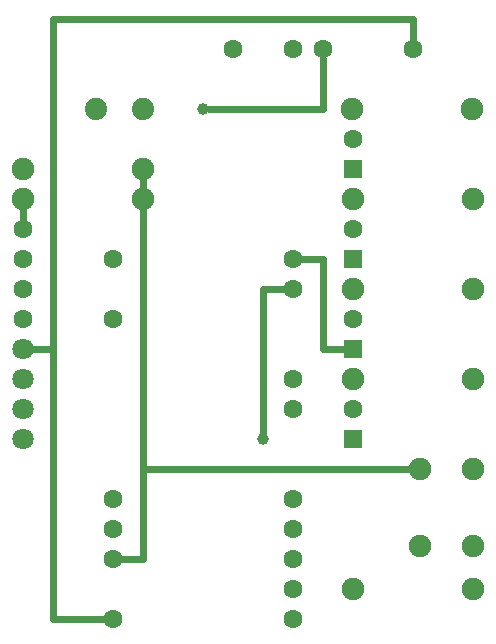
<source format=gbl>
G04 MADE WITH FRITZING*
G04 WWW.FRITZING.ORG*
G04 DOUBLE SIDED*
G04 HOLES PLATED*
G04 CONTOUR ON CENTER OF CONTOUR VECTOR*
%ASAXBY*%
%FSLAX23Y23*%
%MOIN*%
%OFA0B0*%
%SFA1.0B1.0*%
%ADD10C,0.062992*%
%ADD11C,0.039370*%
%ADD12C,0.074000*%
%ADD13C,0.075000*%
%ADD14C,0.071000*%
%ADD15C,0.070972*%
%ADD16R,0.062992X0.062992*%
%ADD17C,0.024000*%
%LNCOPPER0*%
G90*
G70*
G54D10*
X607Y1305D03*
X307Y1105D03*
X307Y1405D03*
X307Y1205D03*
X307Y1305D03*
X607Y105D03*
X607Y405D03*
X607Y505D03*
X607Y1105D03*
X1207Y205D03*
X1207Y305D03*
X1207Y405D03*
X1207Y505D03*
X1207Y805D03*
X1207Y105D03*
X1207Y905D03*
X1207Y1205D03*
X1207Y1305D03*
X1607Y2005D03*
X1307Y2005D03*
X1207Y2005D03*
X1007Y2005D03*
X607Y305D03*
G54D11*
X907Y1805D03*
X1107Y705D03*
G54D12*
X549Y1805D03*
X707Y1805D03*
G54D13*
X1407Y205D03*
X1807Y205D03*
X307Y1605D03*
X707Y1605D03*
X1407Y905D03*
X1807Y905D03*
X707Y1505D03*
X307Y1505D03*
X1407Y1205D03*
X1807Y1205D03*
X1407Y1505D03*
X1807Y1505D03*
X1405Y1805D03*
X1805Y1805D03*
G54D10*
X1407Y706D03*
X1407Y805D03*
X1407Y1006D03*
X1407Y1105D03*
X1407Y1306D03*
X1407Y1405D03*
X1407Y1606D03*
X1407Y1705D03*
G54D13*
X1807Y605D03*
X1807Y349D03*
X1630Y605D03*
X1630Y349D03*
G54D14*
X307Y1005D03*
X307Y905D03*
G54D15*
X307Y805D03*
X307Y705D03*
G54D16*
X1407Y706D03*
X1407Y1006D03*
X1407Y1306D03*
X1407Y1606D03*
G54D17*
X707Y305D02*
X638Y305D01*
D02*
X707Y1476D02*
X707Y305D01*
D02*
X707Y1605D02*
X707Y1533D01*
D02*
X307Y1476D02*
X307Y1436D01*
D02*
X407Y1005D02*
X407Y105D01*
D02*
X407Y105D02*
X576Y105D01*
D02*
X337Y1005D02*
X407Y1005D01*
D02*
X1607Y2105D02*
X1607Y2036D01*
D02*
X407Y2105D02*
X1607Y2105D01*
D02*
X407Y105D02*
X407Y2105D01*
D02*
X576Y105D02*
X407Y105D01*
D02*
X1307Y1305D02*
X1238Y1305D01*
D02*
X1307Y1005D02*
X1307Y1305D01*
D02*
X1380Y1006D02*
X1307Y1005D01*
D02*
X1307Y1805D02*
X1307Y1974D01*
D02*
X926Y1805D02*
X1307Y1805D01*
D02*
X707Y305D02*
X638Y305D01*
D02*
X707Y605D02*
X707Y305D01*
D02*
X1601Y605D02*
X707Y605D01*
D02*
X1107Y1205D02*
X1176Y1205D01*
D02*
X1107Y724D02*
X1107Y1205D01*
G04 End of Copper0*
M02*
</source>
